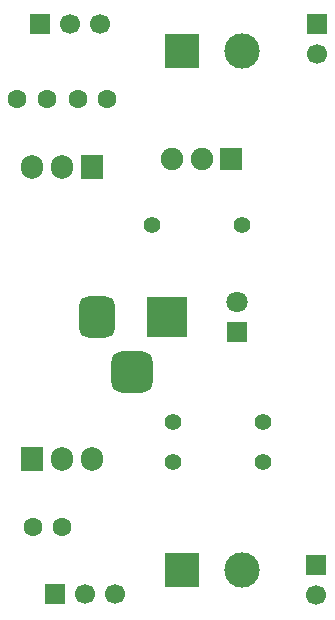
<source format=gbr>
%TF.GenerationSoftware,KiCad,Pcbnew,9.0.2*%
%TF.CreationDate,2025-06-12T21:47:04+05:30*%
%TF.ProjectId,Breadboard power supply,42726561-6462-46f6-9172-6420706f7765,rev?*%
%TF.SameCoordinates,Original*%
%TF.FileFunction,Soldermask,Top*%
%TF.FilePolarity,Negative*%
%FSLAX46Y46*%
G04 Gerber Fmt 4.6, Leading zero omitted, Abs format (unit mm)*
G04 Created by KiCad (PCBNEW 9.0.2) date 2025-06-12 21:47:04*
%MOMM*%
%LPD*%
G01*
G04 APERTURE LIST*
G04 Aperture macros list*
%AMRoundRect*
0 Rectangle with rounded corners*
0 $1 Rounding radius*
0 $2 $3 $4 $5 $6 $7 $8 $9 X,Y pos of 4 corners*
0 Add a 4 corners polygon primitive as box body*
4,1,4,$2,$3,$4,$5,$6,$7,$8,$9,$2,$3,0*
0 Add four circle primitives for the rounded corners*
1,1,$1+$1,$2,$3*
1,1,$1+$1,$4,$5*
1,1,$1+$1,$6,$7*
1,1,$1+$1,$8,$9*
0 Add four rect primitives between the rounded corners*
20,1,$1+$1,$2,$3,$4,$5,0*
20,1,$1+$1,$4,$5,$6,$7,0*
20,1,$1+$1,$6,$7,$8,$9,0*
20,1,$1+$1,$8,$9,$2,$3,0*%
G04 Aperture macros list end*
%ADD10R,1.700000X1.700000*%
%ADD11C,1.700000*%
%ADD12R,1.900000X1.900000*%
%ADD13C,1.900000*%
%ADD14R,3.000000X3.000000*%
%ADD15C,3.000000*%
%ADD16R,1.905000X2.000000*%
%ADD17O,1.905000X2.000000*%
%ADD18C,1.600000*%
%ADD19C,1.400000*%
%ADD20R,3.500000X3.500000*%
%ADD21RoundRect,0.750000X-0.750000X-1.000000X0.750000X-1.000000X0.750000X1.000000X-0.750000X1.000000X0*%
%ADD22RoundRect,0.875000X-0.875000X-0.875000X0.875000X-0.875000X0.875000X0.875000X-0.875000X0.875000X0*%
%ADD23R,1.800000X1.800000*%
%ADD24C,1.800000*%
G04 APERTURE END LIST*
D10*
%TO.C,J4*%
X163830000Y-64130000D03*
D11*
X163830000Y-66670000D03*
%TD*%
D12*
%TO.C,S1*%
X156520000Y-75565000D03*
D13*
X154020000Y-75565000D03*
X151520000Y-75565000D03*
%TD*%
D14*
%TO.C,J5*%
X152400000Y-110374549D03*
D15*
X157480000Y-110374549D03*
%TD*%
D16*
%TO.C,U2*%
X144780000Y-76200000D03*
D17*
X142240000Y-76200000D03*
X139700000Y-76200000D03*
%TD*%
D18*
%TO.C,C2*%
X142240000Y-106680000D03*
X139740000Y-106680000D03*
%TD*%
%TO.C,C1*%
X146050000Y-70485000D03*
X143550000Y-70485000D03*
%TD*%
D19*
%TO.C,R2*%
X159199554Y-101169151D03*
X151579554Y-101169151D03*
%TD*%
D20*
%TO.C,J1*%
X151130000Y-88900000D03*
D21*
X145130000Y-88900000D03*
D22*
X148130000Y-93600000D03*
%TD*%
D10*
%TO.C,J3*%
X140335000Y-64135000D03*
D11*
X142875000Y-64135000D03*
X145415000Y-64135000D03*
%TD*%
D10*
%TO.C,J7*%
X141605000Y-112395000D03*
D11*
X144145000Y-112395000D03*
X146685000Y-112395000D03*
%TD*%
D19*
%TO.C,R1*%
X149860000Y-81127600D03*
X157480000Y-81127600D03*
%TD*%
D10*
%TO.C,J6*%
X163705223Y-109928182D03*
D11*
X163705223Y-112468182D03*
%TD*%
D19*
%TO.C,R3*%
X151620000Y-97790000D03*
X159240000Y-97790000D03*
%TD*%
D23*
%TO.C,D1*%
X156980000Y-90175000D03*
D24*
X156980000Y-87635000D03*
%TD*%
D14*
%TO.C,J2*%
X152400000Y-66360000D03*
D15*
X157480000Y-66360000D03*
%TD*%
D18*
%TO.C,C3*%
X140930000Y-70485000D03*
X138430000Y-70485000D03*
%TD*%
D16*
%TO.C,U1*%
X139700000Y-100965000D03*
D17*
X142240000Y-100965000D03*
X144780000Y-100965000D03*
%TD*%
M02*

</source>
